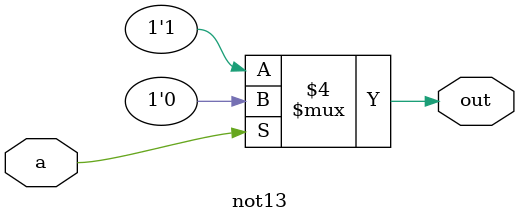
<source format=v>
module not13 (
    input wire a,
    output reg out
);

always @(*) begin
    if (!a)
        out = 1'b1;
    else
        out = 1'b0;
end

endmodule

</source>
